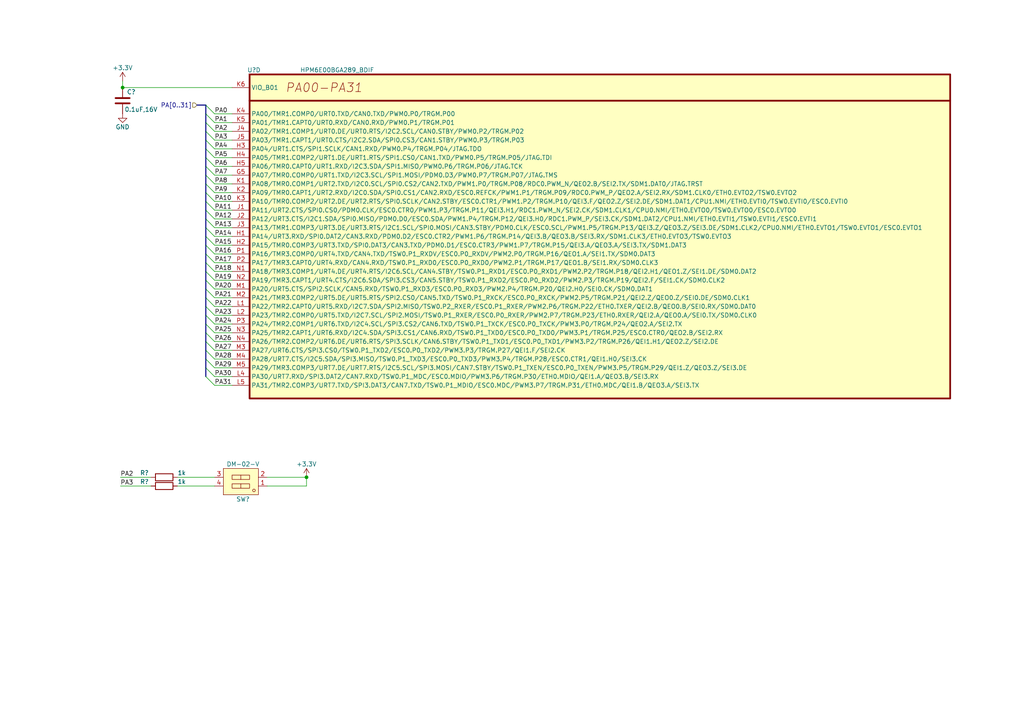
<source format=kicad_sch>
(kicad_sch (version 20230121) (generator eeschema)
  (paper "A4")
  (title_block (title "HPM6E00ADCEVKRevC") (date "2024-09-17") (rev "RevC") (comment 1 "MCU_PA&JTAG"))
  (junction (at 35.56 25.4))
  (junction (at 88.9 138.43))
  (bus_entry (at 59.69 86.36) (size 2.54 2.54))
  (bus_entry (at 59.69 60.96) (size 2.54 2.54))
  (bus_entry (at 59.69 45.72) (size 2.54 2.54))
  (bus_entry (at 59.69 68.58) (size 2.54 2.54))
  (bus_entry (at 59.69 50.8) (size 2.54 2.54))
  (bus_entry (at 59.69 48.26) (size 2.54 2.54))
  (bus_entry (at 59.69 78.74) (size 2.54 2.54))
  (bus_entry (at 59.69 101.6) (size 2.54 2.54))
  (bus_entry (at 59.69 58.42) (size 2.54 2.54))
  (bus_entry (at 59.69 40.64) (size 2.54 2.54))
  (bus_entry (at 59.69 33.02) (size 2.54 2.54))
  (bus_entry (at 59.69 109.22) (size 2.54 2.54))
  (bus_entry (at 59.69 38.1) (size 2.54 2.54))
  (bus_entry (at 59.69 106.68) (size 2.54 2.54))
  (bus_entry (at 59.69 83.82) (size 2.54 2.54))
  (bus_entry (at 59.69 104.14) (size 2.54 2.54))
  (bus_entry (at 59.69 55.88) (size 2.54 2.54))
  (bus_entry (at 59.69 91.44) (size 2.54 2.54))
  (bus_entry (at 59.69 73.66) (size 2.54 2.54))
  (bus_entry (at 59.69 96.52) (size 2.54 2.54))
  (bus_entry (at 59.69 99.06) (size 2.54 2.54))
  (bus_entry (at 59.69 93.98) (size 2.54 2.54))
  (bus_entry (at 59.69 35.56) (size 2.54 2.54))
  (bus_entry (at 59.69 81.28) (size 2.54 2.54))
  (bus_entry (at 59.69 53.34) (size 2.54 2.54))
  (bus_entry (at 59.69 71.12) (size 2.54 2.54))
  (bus_entry (at 59.69 88.9) (size 2.54 2.54))
  (bus_entry (at 59.69 63.5) (size 2.54 2.54))
  (bus_entry (at 59.69 43.18) (size 2.54 2.54))
  (bus_entry (at 59.69 30.48) (size 2.54 2.54))
  (bus_entry (at 59.69 66.04) (size 2.54 2.54))
  (bus_entry (at 59.69 76.2) (size 2.54 2.54))
  (bus (pts (xy 59.69 106.68) (xy 59.69 109.22)))
  (wire (pts (xy 62.23 43.18) (xy 67.31 43.18)))
  (bus (pts (xy 59.69 48.26) (xy 59.69 50.8)))
  (wire (pts (xy 34.925 140.97) (xy 43.815 140.97)) (stroke (width 0.15)))
  (wire (pts (xy 62.23 101.6) (xy 67.31 101.6)))
  (bus (pts (xy 59.69 101.6) (xy 59.69 104.14)))
  (bus (pts (xy 59.69 35.56) (xy 59.69 38.1)))
  (wire (pts (xy 62.23 71.12) (xy 67.31 71.12)))
  (wire (pts (xy 51.435 138.43) (xy 62.23 138.43)))
  (bus (pts (xy 59.69 60.96) (xy 59.69 63.5)))
  (bus (pts (xy 59.69 50.8) (xy 59.69 53.34)))
  (wire (pts (xy 62.23 96.52) (xy 67.31 96.52)))
  (wire (pts (xy 88.9 140.97) (xy 77.47 140.97)) (stroke (width 0.15)))
  (bus (pts (xy 59.69 40.64) (xy 59.69 43.18)))
  (bus (pts (xy 59.69 38.1) (xy 59.69 40.64)))
  (bus (pts (xy 59.69 78.74) (xy 59.69 81.28)))
  (bus (pts (xy 59.69 63.5) (xy 59.69 66.04)))
  (wire (pts (xy 62.23 111.76) (xy 67.31 111.76)))
  (wire (pts (xy 62.23 35.56) (xy 67.31 35.56)))
  (wire (pts (xy 62.23 33.02) (xy 67.31 33.02)))
  (wire (pts (xy 62.23 109.22) (xy 67.31 109.22)))
  (wire (pts (xy 62.23 40.64) (xy 67.31 40.64)))
  (wire (pts (xy 62.23 93.98) (xy 67.31 93.98)))
  (wire (pts (xy 62.23 66.04) (xy 67.31 66.04)))
  (bus (pts (xy 59.69 33.02) (xy 59.69 35.56)))
  (bus (pts (xy 59.69 76.2) (xy 59.69 78.74)))
  (bus (pts (xy 59.69 91.44) (xy 59.69 93.98)))
  (wire (pts (xy 35.56 23.495) (xy 35.56 25.4)))
  (wire (pts (xy 62.23 48.26) (xy 67.31 48.26)))
  (wire (pts (xy 62.23 73.66) (xy 67.31 73.66)))
  (wire (pts (xy 62.23 83.82) (xy 67.31 83.82)))
  (wire (pts (xy 62.23 55.88) (xy 67.31 55.88)))
  (wire (pts (xy 62.23 60.96) (xy 67.31 60.96)))
  (wire (pts (xy 62.23 63.5) (xy 67.31 63.5)))
  (bus (pts (xy 59.69 71.12) (xy 59.69 73.66)))
  (wire (pts (xy 62.23 78.74) (xy 67.31 78.74)))
  (wire (pts (xy 62.23 88.9) (xy 67.31 88.9)))
  (bus (pts (xy 59.69 53.34) (xy 59.69 55.88)))
  (wire (pts (xy 62.23 50.8) (xy 67.31 50.8)))
  (bus (pts (xy 59.69 66.04) (xy 59.69 68.58)))
  (wire (pts (xy 34.925 138.43) (xy 43.815 138.43)))
  (wire (pts (xy 62.23 68.58) (xy 67.31 68.58)))
  (bus (pts (xy 59.69 58.42) (xy 59.69 60.96)))
  (wire (pts (xy 62.23 106.68) (xy 67.31 106.68)))
  (wire (pts (xy 62.23 76.2) (xy 67.31 76.2)))
  (wire (pts (xy 62.23 104.14) (xy 67.31 104.14)))
  (wire (pts (xy 88.9 140.97) (xy 88.9 138.43)) (stroke (width 0.15)))
  (wire (pts (xy 62.23 81.28) (xy 67.31 81.28)))
  (bus (pts (xy 59.69 43.18) (xy 59.69 45.72)))
  (wire (pts (xy 35.56 25.4) (xy 67.31 25.4)))
  (bus (pts (xy 59.69 83.82) (xy 59.69 86.36)))
  (wire (pts (xy 62.23 58.42) (xy 67.31 58.42)))
  (wire (pts (xy 62.23 53.34) (xy 67.31 53.34)))
  (bus (pts (xy 59.69 81.28) (xy 59.69 83.82)))
  (bus (pts (xy 57.15 30.48) (xy 59.69 30.48)))
  (bus (pts (xy 59.69 99.06) (xy 59.69 101.6)))
  (bus (pts (xy 59.69 68.58) (xy 59.69 71.12)))
  (wire (pts (xy 62.23 86.36) (xy 67.31 86.36)))
  (bus (pts (xy 59.69 55.88) (xy 59.69 58.42)))
  (wire (pts (xy 88.9 138.43) (xy 77.47 138.43)) (stroke (width 0.15)))
  (bus (pts (xy 59.69 30.48) (xy 59.69 33.02)))
  (wire (pts (xy 62.23 99.06) (xy 67.31 99.06)))
  (bus (pts (xy 59.69 96.52) (xy 59.69 99.06)))
  (wire (pts (xy 62.23 38.1) (xy 67.31 38.1)))
  (bus (pts (xy 59.69 88.9) (xy 59.69 91.44)))
  (wire (pts (xy 62.23 45.72) (xy 67.31 45.72)))
  (wire (pts (xy 51.435 140.97) (xy 62.23 140.97)))
  (bus (pts (xy 59.69 104.14) (xy 59.69 106.68)))
  (wire (pts (xy 62.23 91.44) (xy 67.31 91.44)))
  (bus (pts (xy 59.69 73.66) (xy 59.69 76.2)))
  (bus (pts (xy 59.69 45.72) (xy 59.69 48.26)))
  (bus (pts (xy 59.69 86.36) (xy 59.69 88.9)))
  (bus (pts (xy 59.69 93.98) (xy 59.69 96.52)))
  (label "PA11" (at 62.23 60.96 0))
  (label "PA4" (at 62.23 43.18 0))
  (label "PA28" (at 62.23 104.14 0))
  (label "PA2" (at 34.925 138.43 0))
  (label "PA3" (at 62.23 40.64 0))
  (label "PA6" (at 62.23 48.26 0))
  (label "PA20" (at 62.23 83.82 0))
  (label "PA10" (at 62.23 58.42 0))
  (label "PA17" (at 62.23 76.2 0))
  (label "PA23" (at 62.23 91.44 0))
  (label "PA13" (at 62.23 66.04 0))
  (label "PA12" (at 62.23 63.5 0))
  (label "PA27" (at 62.23 101.6 0))
  (label "PA24" (at 62.23 93.98 0))
  (label "PA9" (at 62.23 55.88 0))
  (label "PA8" (at 62.23 53.34 0))
  (label "PA5" (at 62.23 45.72 0))
  (label "PA18" (at 62.23 78.74 0))
  (label "PA21" (at 62.23 86.36 0))
  (label "PA30" (at 62.23 109.22 0))
  (label "PA25" (at 62.23 96.52 0))
  (label "PA0" (at 62.23 33.02 0))
  (label "PA15" (at 62.23 71.12 0))
  (label "PA29" (at 62.23 106.68 0))
  (label "PA26" (at 62.23 99.06 0))
  (label "PA16" (at 62.23 73.66 0))
  (label "PA22" (at 62.23 88.9 0))
  (label "PA3" (at 34.925 140.97 0))
  (label "PA14" (at 62.23 68.58 0))
  (label "PA7" (at 62.23 50.8 0))
  (label "PA2" (at 62.23 38.1 0))
  (label "PA31" (at 62.23 111.76 0))
  (label "PA1" (at 62.23 35.56 0))
  (label "PA19" (at 62.23 81.28 0))
  (hierarchical_label "PA[0..31]" (shape input) (at 57.15 30.48 180))
  (symbol (lib_id "power:GND") (at 35.56 33.02 0) (mirror y) (unit 1)
    (property "Reference" "#PWR?" (effects hide))
    (property "Value" "GND" (at 37.592 36.83 0) (effects (justify left)))
    (instances (project "HPM6E00-PA00-PA31-JTAG-BOOT-LED-KEY" (path "" (reference "#PWR?") (unit 1))) (project "HPM6E00 SKT Board BGA289_BDIF REVA" (path "" (reference "#PWR?") (unit 1))) (project "HPM5300-CON-JTAG" (path "" (reference "#PWR?") (unit 1))) (project "HPM6E00ADCEVKRevC" (path "" (reference "#PWR0127") (unit 1))) (project "HPM5300 SKT Board LQFP100 REVA" (path "" (reference "#PWR?") (unit 1))))
  )
  (symbol (lib_id "03_HPM_Capacitance:0.1uF,16V_0402") (at 35.56 29.21 180) (unit 1)
    (property "Reference" "C?" (at 39.37 26.67 0) (effects (justify left)))
    (property "Value" "0.1uF,16V" (at 45.72 31.75 0) (effects (justify left)))
    (property "Footprint" "03_HPM_Capacitance:C_0402_1005Metric" (effects hide))
    (property "Model" "CL05B104KO5NNNC" (effects hide))
    (property "Company" "SAMSUNG(三星)" (effects hide))
    (instances (project "HPM6E00-PA00-PA31-JTAG-BOOT-LED-KEY" (path "" (reference "C?") (unit 1))) (project "HPM5300-USB-OSC" (path "" (reference "C?") (unit 1))) (project "HPM6E00 SKT Board BGA289_BDIF REVA" (path "" (reference "C?") (unit 1)) (path "" (reference "C?") (unit 1))) (project "HPM6E00ADCEVKRevC" (path "" (reference "C40") (unit 1))) (project "HPM5300 SKT Board LQFP100 REVA" (path "" (reference "C?") (unit 1))))
  )
  (symbol (lib_id "02_HPM_Resistor:1K_0402") (at 47.625 140.97 180) (unit 1)
    (property "Reference" "R?" (at 41.91 139.7 0))
    (property "Value" "1k" (at 52.705 139.7 0))
    (property "Footprint" "02_HPM_Resistor:R_0402_1005Metric" (effects hide))
    (property "Model" "0402WGF1001TCE" (effects hide))
    (property "Company" "UNI-ROYAL(厚声)" (effects hide))
    (instances (project "HPM62_63_144_ADC_EVK_RevC" (path "" (reference "R?") (unit 1))) (project "HPM6200EVK" (path "" (reference "R?") (unit 1))) (project "HPM6E00ADCEVKRevC" (path "" (reference "R54") (unit 1))))
  )
  (symbol (lib_id "99_HPM:HPM6E00BGA289_BDIF") (at 72.39 21.59 0) (unit 4)
    (property "Reference" "U?" (at 73.66 20.32 0))
    (property "Value" "HPM6E00BGA289_BDIF" (at 97.79 20.32 0))
    (property "Footprint" "00_HPM_Library:BGA-289_17x17_14.0x14.0mm" (effects hide))
    (instances (project "HPM6E00-PA00-PA31-JTAG-BOOT-LED-KEY" (path "" (reference "U?") (unit 4))) (project "HPM6E00 SKT Board BGA289_BDIF REVA" (path "" (reference "U?") (unit 4))) (project "HPM6E00ADCEVKRevC" (path "" (reference "U9") (unit 4))))
  )
  (symbol (lib_id "02_HPM_Resistor:1K_0402") (at 47.625 138.43 180) (unit 1)
    (property "Reference" "R?" (at 41.91 137.16 0))
    (property "Value" "1k" (at 52.705 137.16 0))
    (property "Footprint" "02_HPM_Resistor:R_0402_1005Metric" (effects hide))
    (property "Model" "0402WGF1001TCE" (effects hide))
    (property "Company" "UNI-ROYAL(厚声)" (effects hide))
    (instances (project "HPM62_63_144_ADC_EVK_RevC" (path "" (reference "R?") (unit 1))) (project "HPM6200EVK" (path "" (reference "R?") (unit 1))) (project "HPM6E00ADCEVKRevC" (path "" (reference "R55") (unit 1))))
  )
  (symbol (lib_id "power:+3.3V") (at 88.9 138.43 0) (unit 1)
    (property "Reference" "#PWR?" (effects hide))
    (property "Value" "+3.3V" (at 88.9 134.62 0))
    (instances (project "HPM6E00-PA00-PA31-JTAG-BOOT-LED-KEY" (path "" (reference "#PWR?") (unit 1))) (project "HPM6E00 SKT Board BGA289_BDIF REVA" (path "" (reference "#PWR?") (unit 1))) (project "HPM5300-CON-JTAG" (path "" (reference "#PWR?") (unit 1))) (project "HPM6E00ADCEVKRevC" (path "" (reference "#PWR0129") (unit 1))) (project "HPM5300 SKT Board LQFP100 REVA" (path "" (reference "#PWR?") (unit 1))))
  )
  (symbol (lib_id "power:+3.3V") (at 35.56 23.495 0) (unit 1)
    (property "Reference" "#PWR?" (effects hide))
    (property "Value" "+3.3V" (at 35.56 19.685 0))
    (instances (project "HPM6E00-PA00-PA31-JTAG-BOOT-LED-KEY" (path "" (reference "#PWR?") (unit 1))) (project "HPM6E00 SKT Board BGA289_BDIF REVA" (path "" (reference "#PWR?") (unit 1))) (project "HPM5300-CON-JTAG" (path "" (reference "#PWR?") (unit 1))) (project "HPM6E00ADCEVKRevC" (path "" (reference "#PWR0128") (unit 1))) (project "HPM5300 SKT Board LQFP100 REVA" (path "" (reference "#PWR?") (unit 1))))
  )
  (symbol (lib_id "01-HPM-Peripheral:拨码开关_DM-02-V") (at 69.85 139.7 180) (unit 1)
    (property "Reference" "SW?" (at 70.485 144.78 0))
    (property "Value" "DM-02-V" (at 70.485 134.62 0))
    (property "Footprint" "01_HPM_Peripheral:SW-SMD_DM-02-V" (effects hide))
    (property "SuppliersPartNumber" "C501304" (effects hide))
    (property "Model" "DM-02-V" (effects hide))
    (property "Company" "圜达" (effects hide))
    (instances (project "HPM62_63_144_ADC_EVK_RevC" (path "" (reference "SW?") (unit 1))) (project "HPM6200EVK" (path "" (reference "SW?") (unit 1))) (project "HPM6E00ADCEVKRevC" (path "" (reference "SW2") (unit 1))))
  )
)
</source>
